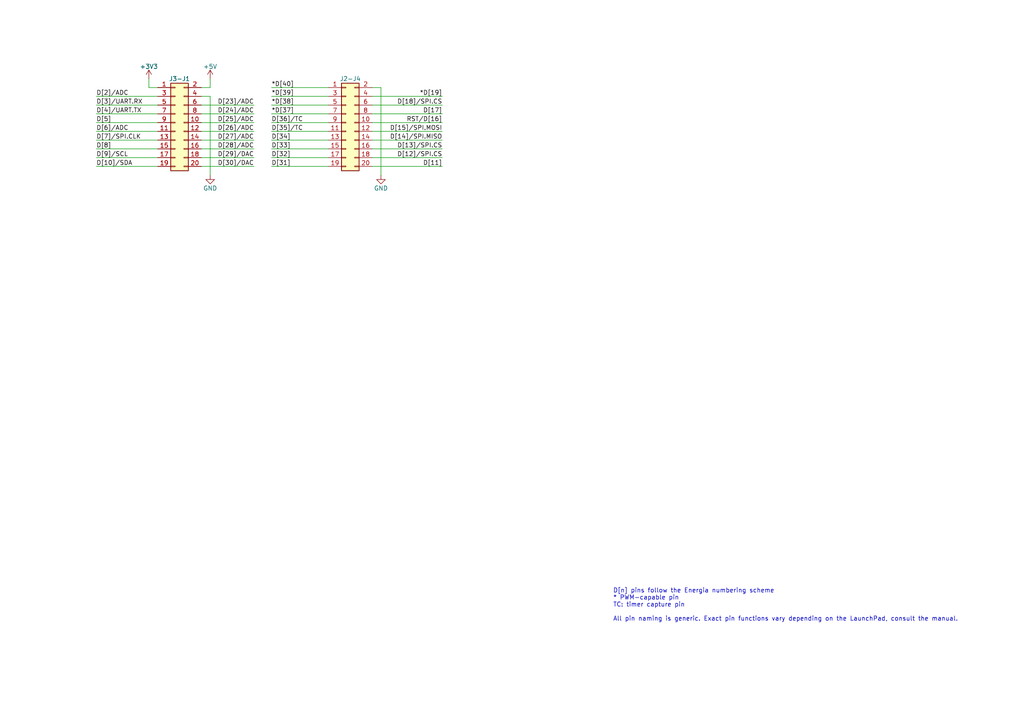
<source format=kicad_sch>
(kicad_sch (version 20211123) (generator eeschema)

  (uuid 9538e4ed-27e6-4c37-b989-9859dc0d49e8)

  (paper "A4")

  (title_block
    (date "19 oct 2012")
  )

  (lib_symbols
    (symbol "Connector_Generic:Conn_02x10_Odd_Even" (pin_names (offset 1.016) hide) (in_bom yes) (on_board yes)
      (property "Reference" "J" (id 0) (at 1.27 12.7 0)
        (effects (font (size 1.27 1.27)))
      )
      (property "Value" "Conn_02x10_Odd_Even" (id 1) (at 1.27 -15.24 0)
        (effects (font (size 1.27 1.27)))
      )
      (property "Footprint" "" (id 2) (at 0 0 0)
        (effects (font (size 1.27 1.27)) hide)
      )
      (property "Datasheet" "~" (id 3) (at 0 0 0)
        (effects (font (size 1.27 1.27)) hide)
      )
      (property "ki_keywords" "connector" (id 4) (at 0 0 0)
        (effects (font (size 1.27 1.27)) hide)
      )
      (property "ki_description" "Generic connector, double row, 02x10, odd/even pin numbering scheme (row 1 odd numbers, row 2 even numbers), script generated (kicad-library-utils/schlib/autogen/connector/)" (id 5) (at 0 0 0)
        (effects (font (size 1.27 1.27)) hide)
      )
      (property "ki_fp_filters" "Connector*:*_2x??_*" (id 6) (at 0 0 0)
        (effects (font (size 1.27 1.27)) hide)
      )
      (symbol "Conn_02x10_Odd_Even_1_1"
        (rectangle (start -1.27 -12.573) (end 0 -12.827)
          (stroke (width 0.1524) (type default) (color 0 0 0 0))
          (fill (type none))
        )
        (rectangle (start -1.27 -10.033) (end 0 -10.287)
          (stroke (width 0.1524) (type default) (color 0 0 0 0))
          (fill (type none))
        )
        (rectangle (start -1.27 -7.493) (end 0 -7.747)
          (stroke (width 0.1524) (type default) (color 0 0 0 0))
          (fill (type none))
        )
        (rectangle (start -1.27 -4.953) (end 0 -5.207)
          (stroke (width 0.1524) (type default) (color 0 0 0 0))
          (fill (type none))
        )
        (rectangle (start -1.27 -2.413) (end 0 -2.667)
          (stroke (width 0.1524) (type default) (color 0 0 0 0))
          (fill (type none))
        )
        (rectangle (start -1.27 0.127) (end 0 -0.127)
          (stroke (width 0.1524) (type default) (color 0 0 0 0))
          (fill (type none))
        )
        (rectangle (start -1.27 2.667) (end 0 2.413)
          (stroke (width 0.1524) (type default) (color 0 0 0 0))
          (fill (type none))
        )
        (rectangle (start -1.27 5.207) (end 0 4.953)
          (stroke (width 0.1524) (type default) (color 0 0 0 0))
          (fill (type none))
        )
        (rectangle (start -1.27 7.747) (end 0 7.493)
          (stroke (width 0.1524) (type default) (color 0 0 0 0))
          (fill (type none))
        )
        (rectangle (start -1.27 10.287) (end 0 10.033)
          (stroke (width 0.1524) (type default) (color 0 0 0 0))
          (fill (type none))
        )
        (rectangle (start -1.27 11.43) (end 3.81 -13.97)
          (stroke (width 0.254) (type default) (color 0 0 0 0))
          (fill (type background))
        )
        (rectangle (start 3.81 -12.573) (end 2.54 -12.827)
          (stroke (width 0.1524) (type default) (color 0 0 0 0))
          (fill (type none))
        )
        (rectangle (start 3.81 -10.033) (end 2.54 -10.287)
          (stroke (width 0.1524) (type default) (color 0 0 0 0))
          (fill (type none))
        )
        (rectangle (start 3.81 -7.493) (end 2.54 -7.747)
          (stroke (width 0.1524) (type default) (color 0 0 0 0))
          (fill (type none))
        )
        (rectangle (start 3.81 -4.953) (end 2.54 -5.207)
          (stroke (width 0.1524) (type default) (color 0 0 0 0))
          (fill (type none))
        )
        (rectangle (start 3.81 -2.413) (end 2.54 -2.667)
          (stroke (width 0.1524) (type default) (color 0 0 0 0))
          (fill (type none))
        )
        (rectangle (start 3.81 0.127) (end 2.54 -0.127)
          (stroke (width 0.1524) (type default) (color 0 0 0 0))
          (fill (type none))
        )
        (rectangle (start 3.81 2.667) (end 2.54 2.413)
          (stroke (width 0.1524) (type default) (color 0 0 0 0))
          (fill (type none))
        )
        (rectangle (start 3.81 5.207) (end 2.54 4.953)
          (stroke (width 0.1524) (type default) (color 0 0 0 0))
          (fill (type none))
        )
        (rectangle (start 3.81 7.747) (end 2.54 7.493)
          (stroke (width 0.1524) (type default) (color 0 0 0 0))
          (fill (type none))
        )
        (rectangle (start 3.81 10.287) (end 2.54 10.033)
          (stroke (width 0.1524) (type default) (color 0 0 0 0))
          (fill (type none))
        )
        (pin passive line (at -5.08 10.16 0) (length 3.81)
          (name "Pin_1" (effects (font (size 1.27 1.27))))
          (number "1" (effects (font (size 1.27 1.27))))
        )
        (pin passive line (at 7.62 0 180) (length 3.81)
          (name "Pin_10" (effects (font (size 1.27 1.27))))
          (number "10" (effects (font (size 1.27 1.27))))
        )
        (pin passive line (at -5.08 -2.54 0) (length 3.81)
          (name "Pin_11" (effects (font (size 1.27 1.27))))
          (number "11" (effects (font (size 1.27 1.27))))
        )
        (pin passive line (at 7.62 -2.54 180) (length 3.81)
          (name "Pin_12" (effects (font (size 1.27 1.27))))
          (number "12" (effects (font (size 1.27 1.27))))
        )
        (pin passive line (at -5.08 -5.08 0) (length 3.81)
          (name "Pin_13" (effects (font (size 1.27 1.27))))
          (number "13" (effects (font (size 1.27 1.27))))
        )
        (pin passive line (at 7.62 -5.08 180) (length 3.81)
          (name "Pin_14" (effects (font (size 1.27 1.27))))
          (number "14" (effects (font (size 1.27 1.27))))
        )
        (pin passive line (at -5.08 -7.62 0) (length 3.81)
          (name "Pin_15" (effects (font (size 1.27 1.27))))
          (number "15" (effects (font (size 1.27 1.27))))
        )
        (pin passive line (at 7.62 -7.62 180) (length 3.81)
          (name "Pin_16" (effects (font (size 1.27 1.27))))
          (number "16" (effects (font (size 1.27 1.27))))
        )
        (pin passive line (at -5.08 -10.16 0) (length 3.81)
          (name "Pin_17" (effects (font (size 1.27 1.27))))
          (number "17" (effects (font (size 1.27 1.27))))
        )
        (pin passive line (at 7.62 -10.16 180) (length 3.81)
          (name "Pin_18" (effects (font (size 1.27 1.27))))
          (number "18" (effects (font (size 1.27 1.27))))
        )
        (pin passive line (at -5.08 -12.7 0) (length 3.81)
          (name "Pin_19" (effects (font (size 1.27 1.27))))
          (number "19" (effects (font (size 1.27 1.27))))
        )
        (pin passive line (at 7.62 10.16 180) (length 3.81)
          (name "Pin_2" (effects (font (size 1.27 1.27))))
          (number "2" (effects (font (size 1.27 1.27))))
        )
        (pin passive line (at 7.62 -12.7 180) (length 3.81)
          (name "Pin_20" (effects (font (size 1.27 1.27))))
          (number "20" (effects (font (size 1.27 1.27))))
        )
        (pin passive line (at -5.08 7.62 0) (length 3.81)
          (name "Pin_3" (effects (font (size 1.27 1.27))))
          (number "3" (effects (font (size 1.27 1.27))))
        )
        (pin passive line (at 7.62 7.62 180) (length 3.81)
          (name "Pin_4" (effects (font (size 1.27 1.27))))
          (number "4" (effects (font (size 1.27 1.27))))
        )
        (pin passive line (at -5.08 5.08 0) (length 3.81)
          (name "Pin_5" (effects (font (size 1.27 1.27))))
          (number "5" (effects (font (size 1.27 1.27))))
        )
        (pin passive line (at 7.62 5.08 180) (length 3.81)
          (name "Pin_6" (effects (font (size 1.27 1.27))))
          (number "6" (effects (font (size 1.27 1.27))))
        )
        (pin passive line (at -5.08 2.54 0) (length 3.81)
          (name "Pin_7" (effects (font (size 1.27 1.27))))
          (number "7" (effects (font (size 1.27 1.27))))
        )
        (pin passive line (at 7.62 2.54 180) (length 3.81)
          (name "Pin_8" (effects (font (size 1.27 1.27))))
          (number "8" (effects (font (size 1.27 1.27))))
        )
        (pin passive line (at -5.08 0 0) (length 3.81)
          (name "Pin_9" (effects (font (size 1.27 1.27))))
          (number "9" (effects (font (size 1.27 1.27))))
        )
      )
    )
    (symbol "power:+3.3V" (power) (pin_names (offset 0)) (in_bom yes) (on_board yes)
      (property "Reference" "#PWR" (id 0) (at 0 -3.81 0)
        (effects (font (size 1.27 1.27)) hide)
      )
      (property "Value" "+3.3V" (id 1) (at 0 3.556 0)
        (effects (font (size 1.27 1.27)))
      )
      (property "Footprint" "" (id 2) (at 0 0 0)
        (effects (font (size 1.27 1.27)) hide)
      )
      (property "Datasheet" "" (id 3) (at 0 0 0)
        (effects (font (size 1.27 1.27)) hide)
      )
      (property "ki_keywords" "power-flag" (id 4) (at 0 0 0)
        (effects (font (size 1.27 1.27)) hide)
      )
      (property "ki_description" "Power symbol creates a global label with name \"+3.3V\"" (id 5) (at 0 0 0)
        (effects (font (size 1.27 1.27)) hide)
      )
      (symbol "+3.3V_0_1"
        (polyline
          (pts
            (xy -0.762 1.27)
            (xy 0 2.54)
          )
          (stroke (width 0) (type default) (color 0 0 0 0))
          (fill (type none))
        )
        (polyline
          (pts
            (xy 0 0)
            (xy 0 2.54)
          )
          (stroke (width 0) (type default) (color 0 0 0 0))
          (fill (type none))
        )
        (polyline
          (pts
            (xy 0 2.54)
            (xy 0.762 1.27)
          )
          (stroke (width 0) (type default) (color 0 0 0 0))
          (fill (type none))
        )
      )
      (symbol "+3.3V_1_1"
        (pin power_in line (at 0 0 90) (length 0) hide
          (name "+3V3" (effects (font (size 1.27 1.27))))
          (number "1" (effects (font (size 1.27 1.27))))
        )
      )
    )
    (symbol "power:+5V" (power) (pin_names (offset 0)) (in_bom yes) (on_board yes)
      (property "Reference" "#PWR" (id 0) (at 0 -3.81 0)
        (effects (font (size 1.27 1.27)) hide)
      )
      (property "Value" "+5V" (id 1) (at 0 3.556 0)
        (effects (font (size 1.27 1.27)))
      )
      (property "Footprint" "" (id 2) (at 0 0 0)
        (effects (font (size 1.27 1.27)) hide)
      )
      (property "Datasheet" "" (id 3) (at 0 0 0)
        (effects (font (size 1.27 1.27)) hide)
      )
      (property "ki_keywords" "power-flag" (id 4) (at 0 0 0)
        (effects (font (size 1.27 1.27)) hide)
      )
      (property "ki_description" "Power symbol creates a global label with name \"+5V\"" (id 5) (at 0 0 0)
        (effects (font (size 1.27 1.27)) hide)
      )
      (symbol "+5V_0_1"
        (polyline
          (pts
            (xy -0.762 1.27)
            (xy 0 2.54)
          )
          (stroke (width 0) (type default) (color 0 0 0 0))
          (fill (type none))
        )
        (polyline
          (pts
            (xy 0 0)
            (xy 0 2.54)
          )
          (stroke (width 0) (type default) (color 0 0 0 0))
          (fill (type none))
        )
        (polyline
          (pts
            (xy 0 2.54)
            (xy 0.762 1.27)
          )
          (stroke (width 0) (type default) (color 0 0 0 0))
          (fill (type none))
        )
      )
      (symbol "+5V_1_1"
        (pin power_in line (at 0 0 90) (length 0) hide
          (name "+5V" (effects (font (size 1.27 1.27))))
          (number "1" (effects (font (size 1.27 1.27))))
        )
      )
    )
    (symbol "power:GND" (power) (pin_names (offset 0)) (in_bom yes) (on_board yes)
      (property "Reference" "#PWR" (id 0) (at 0 -6.35 0)
        (effects (font (size 1.27 1.27)) hide)
      )
      (property "Value" "GND" (id 1) (at 0 -3.81 0)
        (effects (font (size 1.27 1.27)))
      )
      (property "Footprint" "" (id 2) (at 0 0 0)
        (effects (font (size 1.27 1.27)) hide)
      )
      (property "Datasheet" "" (id 3) (at 0 0 0)
        (effects (font (size 1.27 1.27)) hide)
      )
      (property "ki_keywords" "power-flag" (id 4) (at 0 0 0)
        (effects (font (size 1.27 1.27)) hide)
      )
      (property "ki_description" "Power symbol creates a global label with name \"GND\" , ground" (id 5) (at 0 0 0)
        (effects (font (size 1.27 1.27)) hide)
      )
      (symbol "GND_0_1"
        (polyline
          (pts
            (xy 0 0)
            (xy 0 -1.27)
            (xy 1.27 -1.27)
            (xy 0 -2.54)
            (xy -1.27 -1.27)
            (xy 0 -1.27)
          )
          (stroke (width 0) (type default) (color 0 0 0 0))
          (fill (type none))
        )
      )
      (symbol "GND_1_1"
        (pin power_in line (at 0 0 270) (length 0) hide
          (name "GND" (effects (font (size 1.27 1.27))))
          (number "1" (effects (font (size 1.27 1.27))))
        )
      )
    )
  )


  (wire (pts (xy 107.95 45.72) (xy 128.27 45.72))
    (stroke (width 0) (type solid) (color 0 0 0 0))
    (uuid 01cba31e-dfc8-4689-b037-01975897e965)
  )
  (wire (pts (xy 58.42 40.64) (xy 73.66 40.64))
    (stroke (width 0) (type solid) (color 0 0 0 0))
    (uuid 03263bc5-f852-47c4-8c40-a48c94b5dcd3)
  )
  (wire (pts (xy 107.95 27.94) (xy 128.27 27.94))
    (stroke (width 0) (type solid) (color 0 0 0 0))
    (uuid 0589a47d-8535-481a-bf83-5ca7165b5e4f)
  )
  (wire (pts (xy 107.95 48.26) (xy 128.27 48.26))
    (stroke (width 0) (type solid) (color 0 0 0 0))
    (uuid 063a9063-17f1-4ac4-b86d-829de15debc2)
  )
  (wire (pts (xy 27.94 35.56) (xy 45.72 35.56))
    (stroke (width 0) (type solid) (color 0 0 0 0))
    (uuid 0681aec3-e9c8-47e7-a823-1fa9d47f4fb3)
  )
  (wire (pts (xy 107.95 35.56) (xy 128.27 35.56))
    (stroke (width 0) (type solid) (color 0 0 0 0))
    (uuid 09f1baab-09b9-4de8-8eec-cac356723d04)
  )
  (wire (pts (xy 78.74 33.02) (xy 95.25 33.02))
    (stroke (width 0) (type solid) (color 0 0 0 0))
    (uuid 0e229373-1dd7-40a3-9b0a-f0551cfbf3fa)
  )
  (wire (pts (xy 78.74 35.56) (xy 95.25 35.56))
    (stroke (width 0) (type solid) (color 0 0 0 0))
    (uuid 0edaabe5-e601-4d75-8ca6-48f01bc49032)
  )
  (wire (pts (xy 58.42 35.56) (xy 73.66 35.56))
    (stroke (width 0) (type solid) (color 0 0 0 0))
    (uuid 15408f45-993b-4213-9be7-06f1343033d8)
  )
  (wire (pts (xy 78.74 45.72) (xy 95.25 45.72))
    (stroke (width 0) (type solid) (color 0 0 0 0))
    (uuid 1dd93fa5-1a3b-4429-9ae3-5e7c62707c83)
  )
  (wire (pts (xy 27.94 40.64) (xy 45.72 40.64))
    (stroke (width 0) (type solid) (color 0 0 0 0))
    (uuid 2f7f2d7e-c226-434c-aae0-baa1765145fa)
  )
  (wire (pts (xy 58.42 43.18) (xy 73.66 43.18))
    (stroke (width 0) (type solid) (color 0 0 0 0))
    (uuid 399323a8-3561-4b22-b62d-2d01f251e8d1)
  )
  (wire (pts (xy 27.94 27.94) (xy 45.72 27.94))
    (stroke (width 0) (type solid) (color 0 0 0 0))
    (uuid 45c034b4-2197-431a-b43b-c2eefeb0e7a5)
  )
  (wire (pts (xy 27.94 30.48) (xy 45.72 30.48))
    (stroke (width 0) (type solid) (color 0 0 0 0))
    (uuid 527016d1-36ac-49c7-9526-c179583180a3)
  )
  (wire (pts (xy 27.94 48.26) (xy 45.72 48.26))
    (stroke (width 0) (type solid) (color 0 0 0 0))
    (uuid 5de655f4-a35c-4db9-b72c-ffdde0b2969d)
  )
  (wire (pts (xy 78.74 38.1) (xy 95.25 38.1))
    (stroke (width 0) (type solid) (color 0 0 0 0))
    (uuid 60914160-2e0a-4b18-bdd7-128ac61ea169)
  )
  (wire (pts (xy 78.74 27.94) (xy 95.25 27.94))
    (stroke (width 0) (type solid) (color 0 0 0 0))
    (uuid 61955b51-fe70-4368-b588-26aed42076dc)
  )
  (wire (pts (xy 107.95 30.48) (xy 128.27 30.48))
    (stroke (width 0) (type solid) (color 0 0 0 0))
    (uuid 71ef4f72-e874-4d2e-9100-0617da5300f6)
  )
  (wire (pts (xy 27.94 45.72) (xy 45.72 45.72))
    (stroke (width 0) (type solid) (color 0 0 0 0))
    (uuid 822f6c40-ad66-4bbc-a484-cd5f0723fb4e)
  )
  (wire (pts (xy 27.94 43.18) (xy 45.72 43.18))
    (stroke (width 0) (type solid) (color 0 0 0 0))
    (uuid 89a49efc-78b3-44d7-a15f-7dbf26701fab)
  )
  (wire (pts (xy 58.42 38.1) (xy 73.66 38.1))
    (stroke (width 0) (type solid) (color 0 0 0 0))
    (uuid 8c6b8fba-525f-4119-81cc-da638c8351b1)
  )
  (wire (pts (xy 107.95 25.4) (xy 110.49 25.4))
    (stroke (width 0) (type solid) (color 0 0 0 0))
    (uuid a5f5cd64-888a-472e-98c2-b4966cf172a1)
  )
  (wire (pts (xy 110.49 25.4) (xy 110.49 50.8))
    (stroke (width 0) (type solid) (color 0 0 0 0))
    (uuid a5f5cd64-888a-472e-98c2-b4966cf172a2)
  )
  (wire (pts (xy 107.95 43.18) (xy 128.27 43.18))
    (stroke (width 0) (type solid) (color 0 0 0 0))
    (uuid aa6d0e1b-a62d-4762-b725-dac74bbc5409)
  )
  (wire (pts (xy 78.74 30.48) (xy 95.25 30.48))
    (stroke (width 0) (type solid) (color 0 0 0 0))
    (uuid af9953ae-bd13-4ca4-982f-8c96db6065ff)
  )
  (wire (pts (xy 78.74 43.18) (xy 95.25 43.18))
    (stroke (width 0) (type solid) (color 0 0 0 0))
    (uuid b02afccb-a32c-4021-a8f6-85c09af59543)
  )
  (wire (pts (xy 58.42 27.94) (xy 60.96 27.94))
    (stroke (width 0) (type solid) (color 0 0 0 0))
    (uuid b2afa748-1754-4082-9f95-e205fa712ae9)
  )
  (wire (pts (xy 60.96 27.94) (xy 60.96 50.8))
    (stroke (width 0) (type solid) (color 0 0 0 0))
    (uuid b2afa748-1754-4082-9f95-e205fa712aea)
  )
  (wire (pts (xy 78.74 48.26) (xy 95.25 48.26))
    (stroke (width 0) (type solid) (color 0 0 0 0))
    (uuid b42fc950-dc3d-4121-9f0e-758be53807d6)
  )
  (wire (pts (xy 43.18 22.86) (xy 43.18 25.4))
    (stroke (width 0) (type solid) (color 0 0 0 0))
    (uuid b5e0652f-cdd3-47cc-aecd-ac0ebcb880cd)
  )
  (wire (pts (xy 45.72 25.4) (xy 43.18 25.4))
    (stroke (width 0) (type solid) (color 0 0 0 0))
    (uuid b5e0652f-cdd3-47cc-aecd-ac0ebcb880ce)
  )
  (wire (pts (xy 58.42 25.4) (xy 60.96 25.4))
    (stroke (width 0) (type solid) (color 0 0 0 0))
    (uuid c3d26338-5fd1-480d-b2b3-2092afbe72c2)
  )
  (wire (pts (xy 60.96 22.86) (xy 60.96 25.4))
    (stroke (width 0) (type solid) (color 0 0 0 0))
    (uuid c3d26338-5fd1-480d-b2b3-2092afbe72c3)
  )
  (wire (pts (xy 107.95 33.02) (xy 128.27 33.02))
    (stroke (width 0) (type solid) (color 0 0 0 0))
    (uuid c55fd8e7-7561-4379-87a5-5d9e15b471b7)
  )
  (wire (pts (xy 78.74 25.4) (xy 95.25 25.4))
    (stroke (width 0) (type solid) (color 0 0 0 0))
    (uuid c9b813ac-7cbd-4357-ac2d-f7cc2b98f0bf)
  )
  (wire (pts (xy 107.95 40.64) (xy 128.27 40.64))
    (stroke (width 0) (type solid) (color 0 0 0 0))
    (uuid ca3da08c-e284-4971-b854-8dc66223b4ac)
  )
  (wire (pts (xy 58.42 33.02) (xy 73.66 33.02))
    (stroke (width 0) (type solid) (color 0 0 0 0))
    (uuid ca53d839-18ad-4a35-8870-f21de7535144)
  )
  (wire (pts (xy 58.42 30.48) (xy 73.66 30.48))
    (stroke (width 0) (type solid) (color 0 0 0 0))
    (uuid cc6da821-5223-4626-bcba-2a5545b8f511)
  )
  (wire (pts (xy 58.42 48.26) (xy 73.66 48.26))
    (stroke (width 0) (type solid) (color 0 0 0 0))
    (uuid d19ca74a-fde4-4b24-b865-74794e5db5d8)
  )
  (wire (pts (xy 27.94 38.1) (xy 45.72 38.1))
    (stroke (width 0) (type solid) (color 0 0 0 0))
    (uuid d336abc2-5ef5-49b7-b188-6bef753e637c)
  )
  (wire (pts (xy 27.94 33.02) (xy 45.72 33.02))
    (stroke (width 0) (type solid) (color 0 0 0 0))
    (uuid d59fc7d9-2c08-4791-9ac2-b7308c1a1d0d)
  )
  (wire (pts (xy 107.95 38.1) (xy 128.27 38.1))
    (stroke (width 0) (type solid) (color 0 0 0 0))
    (uuid d734cd3d-c573-423a-991d-59193f7acb85)
  )
  (wire (pts (xy 78.74 40.64) (xy 95.25 40.64))
    (stroke (width 0) (type solid) (color 0 0 0 0))
    (uuid daf002f5-d7c5-4840-ad43-32f07e9998ec)
  )
  (wire (pts (xy 58.42 45.72) (xy 73.66 45.72))
    (stroke (width 0) (type solid) (color 0 0 0 0))
    (uuid fa069060-8028-43df-8fce-610c70b33c06)
  )

  (text "D[n] pins follow the Energia numbering scheme\n* PWM-capable pin\nTC: timer capture pin\n\nAll pin naming is generic. Exact pin functions vary depending on the LaunchPad, consult the manual."
    (at 177.8 180.34 0)
    (effects (font (size 1.27 1.27)) (justify left bottom))
    (uuid 9495a75e-3d92-4a45-8513-56cec940d5c6)
  )

  (label "D[2]{slash}ADC" (at 27.94 27.94 0)
    (effects (font (size 1.27 1.27)) (justify left bottom))
    (uuid 029e8c6c-f4ab-40c9-b6a9-c2f28ac13747)
  )
  (label "D[11]" (at 128.27 48.26 180)
    (effects (font (size 1.27 1.27)) (justify right bottom))
    (uuid 0523f2f8-b3c8-44cf-983e-d30e47cb4409)
  )
  (label "*D[38]" (at 78.74 30.48 0)
    (effects (font (size 1.27 1.27)) (justify left bottom))
    (uuid 0774375d-e949-495f-b818-6be5fbcaa0b2)
  )
  (label "D[29]{slash}DAC" (at 73.66 45.72 180)
    (effects (font (size 1.27 1.27)) (justify right bottom))
    (uuid 09001301-51ed-48b0-a719-e10ee8d839d2)
  )
  (label "D[15]{slash}SPI.MOSI" (at 128.27 38.1 180)
    (effects (font (size 1.27 1.27)) (justify right bottom))
    (uuid 09b08b4f-0e69-4590-bb0b-6d9574d88f3f)
  )
  (label "D[25]{slash}ADC" (at 73.66 35.56 180)
    (effects (font (size 1.27 1.27)) (justify right bottom))
    (uuid 1074e003-82ac-4a1f-a5a6-b06f26197571)
  )
  (label "D[18]{slash}SPI.CS" (at 128.27 30.48 180)
    (effects (font (size 1.27 1.27)) (justify right bottom))
    (uuid 220e5a85-82ff-42b1-aad9-c387d6a8ad31)
  )
  (label "D[31]" (at 78.74 48.26 0)
    (effects (font (size 1.27 1.27)) (justify left bottom))
    (uuid 281c5121-171e-4f6a-8755-7851754c3627)
  )
  (label "D[24]{slash}ADC" (at 73.66 33.02 180)
    (effects (font (size 1.27 1.27)) (justify right bottom))
    (uuid 3051a33e-74d5-4d53-aaa8-ed1757b63a1f)
  )
  (label "D[7]{slash}SPI.CLK" (at 27.94 40.64 0)
    (effects (font (size 1.27 1.27)) (justify left bottom))
    (uuid 3330c993-4051-4fc1-976d-89a939813aaa)
  )
  (label "D[33]" (at 78.74 43.18 0)
    (effects (font (size 1.27 1.27)) (justify left bottom))
    (uuid 3c080c97-f922-4d6f-9ff6-94bd476f250d)
  )
  (label "D[17]" (at 128.27 33.02 180)
    (effects (font (size 1.27 1.27)) (justify right bottom))
    (uuid 500a738a-758e-4c5a-82ff-d892c8dc5e5e)
  )
  (label "D[6]{slash}ADC" (at 27.94 38.1 0)
    (effects (font (size 1.27 1.27)) (justify left bottom))
    (uuid 530e4eaf-d5ad-41b6-96c8-76391e54474a)
  )
  (label "*D[19]" (at 128.27 27.94 180)
    (effects (font (size 1.27 1.27)) (justify right bottom))
    (uuid 53aa76c1-4115-417f-81d8-1dd0a43ebbc1)
  )
  (label "D[9]{slash}SCL" (at 27.94 45.72 0)
    (effects (font (size 1.27 1.27)) (justify left bottom))
    (uuid 63621ff3-ad5c-4c4b-ac42-4ee974ceffec)
  )
  (label "RST{slash}D[16]" (at 128.27 35.56 180)
    (effects (font (size 1.27 1.27)) (justify right bottom))
    (uuid 6463328b-0f34-4c79-84a7-c449f6d17db7)
  )
  (label "D[35]{slash}TC" (at 78.74 38.1 0)
    (effects (font (size 1.27 1.27)) (justify left bottom))
    (uuid 6b24e7cb-34f7-4c66-aee3-1ba2f9430820)
  )
  (label "D[10]{slash}SDA" (at 27.94 48.26 0)
    (effects (font (size 1.27 1.27)) (justify left bottom))
    (uuid 71f1229a-a3d3-4f6f-a633-2a4027d99bac)
  )
  (label "D[5]" (at 27.94 35.56 0)
    (effects (font (size 1.27 1.27)) (justify left bottom))
    (uuid 7b450686-27d6-401f-adae-5eb3af37f3ca)
  )
  (label "D[27]{slash}ADC" (at 73.66 40.64 180)
    (effects (font (size 1.27 1.27)) (justify right bottom))
    (uuid 7bb1996c-7250-446d-9786-3449c6b2c6b4)
  )
  (label "D[28]{slash}ADC" (at 73.66 43.18 180)
    (effects (font (size 1.27 1.27)) (justify right bottom))
    (uuid 98cace16-43d2-4876-85be-aacd8bb2ea37)
  )
  (label "D[13]{slash}SPI.CS" (at 128.27 43.18 180)
    (effects (font (size 1.27 1.27)) (justify right bottom))
    (uuid 9ee50497-13cf-46d8-8ce5-ca736b2ed666)
  )
  (label "D[23]{slash}ADC" (at 73.66 30.48 180)
    (effects (font (size 1.27 1.27)) (justify right bottom))
    (uuid 9f8951ad-15e4-4b94-ac25-6106f3e1e899)
  )
  (label "*D[39]" (at 78.74 27.94 0)
    (effects (font (size 1.27 1.27)) (justify left bottom))
    (uuid a17569c6-eddf-4b30-939e-2c1b736f674c)
  )
  (label "*D[40]" (at 78.74 25.4 0)
    (effects (font (size 1.27 1.27)) (justify left bottom))
    (uuid a181ce8a-0397-4f61-9a94-1d68f3d423bc)
  )
  (label "D[4]{slash}UART.TX" (at 27.94 33.02 0)
    (effects (font (size 1.27 1.27)) (justify left bottom))
    (uuid a21efc7a-10cd-4707-816c-d96816d741dc)
  )
  (label "D[8]" (at 27.94 43.18 0)
    (effects (font (size 1.27 1.27)) (justify left bottom))
    (uuid a345c7b0-d6f4-43ae-b508-40c9af799bce)
  )
  (label "D[36]{slash}TC" (at 78.74 35.56 0)
    (effects (font (size 1.27 1.27)) (justify left bottom))
    (uuid a469faae-f312-4206-9c3c-39caeba977a1)
  )
  (label "D[30]{slash}DAC" (at 73.66 48.26 180)
    (effects (font (size 1.27 1.27)) (justify right bottom))
    (uuid a7a2182b-e7cd-454b-9ef9-cd8930ddb4c3)
  )
  (label "D[32]" (at 78.74 45.72 0)
    (effects (font (size 1.27 1.27)) (justify left bottom))
    (uuid b188a604-6c81-40da-91d3-7bffa398b555)
  )
  (label "D[34]" (at 78.74 40.64 0)
    (effects (font (size 1.27 1.27)) (justify left bottom))
    (uuid b410a934-cc9c-4bff-aae9-be93e5e49184)
  )
  (label "*D[37]" (at 78.74 33.02 0)
    (effects (font (size 1.27 1.27)) (justify left bottom))
    (uuid b593cbb0-4c32-445e-a18c-e39de4042488)
  )
  (label "D[14]{slash}SPI.MISO" (at 128.27 40.64 180)
    (effects (font (size 1.27 1.27)) (justify right bottom))
    (uuid c899abb5-dece-4f89-84cb-ddec35998d2a)
  )
  (label "D[12]{slash}SPI.CS" (at 128.27 45.72 180)
    (effects (font (size 1.27 1.27)) (justify right bottom))
    (uuid d09eefa0-fa20-485b-9386-8a887d0ddfdb)
  )
  (label "D[3]{slash}UART.RX" (at 27.94 30.48 0)
    (effects (font (size 1.27 1.27)) (justify left bottom))
    (uuid d205112a-d14c-46a2-b1d7-629949b50ee6)
  )
  (label "D[26]{slash}ADC" (at 73.66 38.1 180)
    (effects (font (size 1.27 1.27)) (justify right bottom))
    (uuid f4ef95bb-12a3-41c0-90b2-ddfa681f4835)
  )

  (symbol (lib_id "power:GND") (at 60.96 50.8 0) (unit 1)
    (in_bom yes) (on_board yes)
    (uuid 50cda319-8e55-4af7-8870-7d0290a9d679)
    (property "Reference" "#PWR0103" (id 0) (at 60.96 57.15 0)
      (effects (font (size 1.27 1.27)) hide)
    )
    (property "Value" "GND" (id 1) (at 60.96 54.61 0))
    (property "Footprint" "" (id 2) (at 60.96 50.8 0)
      (effects (font (size 1.27 1.27)) hide)
    )
    (property "Datasheet" "" (id 3) (at 60.96 50.8 0)
      (effects (font (size 1.27 1.27)) hide)
    )
    (pin "1" (uuid 4aba2561-317a-4e46-a568-648c7a327dd6))
  )

  (symbol (lib_id "Connector_Generic:Conn_02x10_Odd_Even") (at 50.8 35.56 0) (unit 1)
    (in_bom yes) (on_board yes)
    (uuid 78da23de-1006-46e5-8c2b-1930d382d592)
    (property "Reference" "J3-J1" (id 0) (at 52.07 22.86 0))
    (property "Value" "Conn_01x10" (id 1) (at 53.34 39.37 0)
      (effects (font (size 1.27 1.27)) (justify left) hide)
    )
    (property "Footprint" "Connector_PinSocket_2.54mm:PinSocket_2x10_P2.54mm_Vertical" (id 2) (at 50.8 35.56 0)
      (effects (font (size 1.27 1.27)) hide)
    )
    (property "Datasheet" "~" (id 3) (at 50.8 35.56 0)
      (effects (font (size 1.27 1.27)) hide)
    )
    (pin "1" (uuid 2e9d57b7-5f10-4ec9-9f93-abc4fbb51347))
    (pin "10" (uuid 0b5d78c9-27a2-4b8b-a148-933605788bc6))
    (pin "11" (uuid 31820662-cad7-4dcc-ab5c-1ed91e685e44))
    (pin "12" (uuid a6287d2b-a2e3-4ef5-bf56-e524ccae11d6))
    (pin "13" (uuid 0470dd38-f3d8-42ca-b39a-ce111f50eae5))
    (pin "14" (uuid 19551ab3-5c90-4da5-ac2a-3ffa0f14b911))
    (pin "15" (uuid ed247589-774e-4501-9756-84df3089b15c))
    (pin "16" (uuid e13512a5-5881-4714-8ee0-fa7ec1ea2cbe))
    (pin "17" (uuid 7c370d98-9f55-47cb-aaa3-26d7295bc392))
    (pin "18" (uuid 70d84d62-02ec-4155-8326-48965adb6acb))
    (pin "19" (uuid a6c8f9e6-3539-46ce-ae7f-b4f883fb6059))
    (pin "2" (uuid 934ea286-6905-44cb-897b-2ab7d3e108a0))
    (pin "20" (uuid 19e92cca-633c-4580-b2e4-1486d20ab6bc))
    (pin "3" (uuid 8a28b0dc-1c60-4da8-bff4-4e864a128f3d))
    (pin "4" (uuid 33bfa367-442f-47be-aa2c-49ddbfe9c0a3))
    (pin "5" (uuid 7e592b9b-8a18-4682-aefe-ba9690d03cb0))
    (pin "6" (uuid 43186c44-b0bd-4e93-8640-fffe06b8f818))
    (pin "7" (uuid 86e1cc7f-7b41-42c8-a32b-8b8e934dbfcc))
    (pin "8" (uuid 0f256d66-65e9-4d0e-8531-2f91dfdb3c75))
    (pin "9" (uuid f0f5b570-5d86-4e4e-b66d-08ea9c3a9a31))
  )

  (symbol (lib_id "power:+3.3V") (at 43.18 22.86 0) (unit 1)
    (in_bom yes) (on_board yes)
    (uuid a5c4aa61-c742-44ba-bdb2-6425c30d76ef)
    (property "Reference" "#PWR0101" (id 0) (at 43.18 26.67 0)
      (effects (font (size 1.27 1.27)) hide)
    )
    (property "Value" "+3.3V" (id 1) (at 43.18 19.304 0))
    (property "Footprint" "" (id 2) (at 43.18 22.86 0)
      (effects (font (size 1.27 1.27)) hide)
    )
    (property "Datasheet" "" (id 3) (at 43.18 22.86 0)
      (effects (font (size 1.27 1.27)) hide)
    )
    (pin "1" (uuid 44ac796e-261a-437f-a011-ff7cfc78c64e))
  )

  (symbol (lib_id "Connector_Generic:Conn_02x10_Odd_Even") (at 100.33 35.56 0) (unit 1)
    (in_bom yes) (on_board yes)
    (uuid c4fa8853-74cd-43c9-9f31-23e13d3e7b9b)
    (property "Reference" "J2-J4" (id 0) (at 101.6 22.86 0))
    (property "Value" "Conn_01x10" (id 1) (at 97.79 52.07 0)
      (effects (font (size 1.27 1.27)) hide)
    )
    (property "Footprint" "Connector_PinSocket_2.54mm:PinSocket_2x10_P2.54mm_Vertical" (id 2) (at 100.33 35.56 0)
      (effects (font (size 1.27 1.27)) hide)
    )
    (property "Datasheet" "~" (id 3) (at 100.33 35.56 0)
      (effects (font (size 1.27 1.27)) hide)
    )
    (pin "1" (uuid 3674601f-fca7-42a5-bee9-32ab5e471e0a))
    (pin "10" (uuid 9d2832be-a1cf-4952-b3b4-03c3839a6d92))
    (pin "11" (uuid 711be360-33e6-4f53-a025-702546efb8f7))
    (pin "12" (uuid 00acd2e9-5854-42cf-964c-f573ba1d82ad))
    (pin "13" (uuid 7bb01069-c737-4aca-bd23-94fe77719d32))
    (pin "14" (uuid 5499da42-0bb6-40dd-926a-4d4e9d5ec97a))
    (pin "15" (uuid 4a8800e7-cc39-44e2-824f-add27d0f3f16))
    (pin "16" (uuid 7fd05604-52aa-49f1-984b-d007f5f7f3a4))
    (pin "17" (uuid a129d76a-6405-442c-95e1-b6ad422c9726))
    (pin "18" (uuid 00efd354-4b5f-4bbe-9282-eab4be1fefb8))
    (pin "19" (uuid 1a59880f-0baa-4b91-bd6d-69150ecea9e4))
    (pin "2" (uuid 2c9b3101-9c88-4bb4-8596-5a2daece74e9))
    (pin "20" (uuid 03f2ed64-600a-479f-905b-4f2a3f29a7cd))
    (pin "3" (uuid 701b6725-1902-4b6e-9290-47061f08564c))
    (pin "4" (uuid b6342888-4ac4-47f0-a217-33eab22b65aa))
    (pin "5" (uuid 1de15457-47d6-4d07-82da-7a7b8b292a71))
    (pin "6" (uuid 530c43b2-fb22-470c-8145-923a22ce8d94))
    (pin "7" (uuid a86523eb-b45b-4079-bcab-1c8ff45b5306))
    (pin "8" (uuid a9b7de3e-26ba-4c1e-bc37-47c185a7a314))
    (pin "9" (uuid 61acdc80-adad-408a-a539-3af346e534c9))
  )

  (symbol (lib_id "power:GND") (at 110.49 50.8 0) (unit 1)
    (in_bom yes) (on_board yes)
    (uuid f5be977d-b942-4d87-a9da-3ed7e08a970d)
    (property "Reference" "#PWR0102" (id 0) (at 110.49 57.15 0)
      (effects (font (size 1.27 1.27)) hide)
    )
    (property "Value" "GND" (id 1) (at 110.49 54.61 0))
    (property "Footprint" "" (id 2) (at 110.49 50.8 0)
      (effects (font (size 1.27 1.27)) hide)
    )
    (property "Datasheet" "" (id 3) (at 110.49 50.8 0)
      (effects (font (size 1.27 1.27)) hide)
    )
    (pin "1" (uuid 3be1bb7c-fe27-4976-b2ec-07a4b042bd76))
  )

  (symbol (lib_id "power:+5V") (at 60.96 22.86 0) (unit 1)
    (in_bom yes) (on_board yes)
    (uuid f7162e7d-4613-45df-a1a9-aa12b5a65563)
    (property "Reference" "#PWR0104" (id 0) (at 60.96 26.67 0)
      (effects (font (size 1.27 1.27)) hide)
    )
    (property "Value" "+5V" (id 1) (at 60.96 19.304 0))
    (property "Footprint" "" (id 2) (at 60.96 22.86 0)
      (effects (font (size 1.27 1.27)) hide)
    )
    (property "Datasheet" "" (id 3) (at 60.96 22.86 0)
      (effects (font (size 1.27 1.27)) hide)
    )
    (pin "1" (uuid f703239d-701c-458b-bf35-5240f4c0e19b))
  )

  (sheet_instances
    (path "/" (page "1"))
  )

  (symbol_instances
    (path "/a5c4aa61-c742-44ba-bdb2-6425c30d76ef"
      (reference "#PWR0101") (unit 1) (value "+3.3V") (footprint "")
    )
    (path "/f5be977d-b942-4d87-a9da-3ed7e08a970d"
      (reference "#PWR0102") (unit 1) (value "GND") (footprint "")
    )
    (path "/50cda319-8e55-4af7-8870-7d0290a9d679"
      (reference "#PWR0103") (unit 1) (value "GND") (footprint "")
    )
    (path "/f7162e7d-4613-45df-a1a9-aa12b5a65563"
      (reference "#PWR0104") (unit 1) (value "+5V") (footprint "")
    )
    (path "/c4fa8853-74cd-43c9-9f31-23e13d3e7b9b"
      (reference "J2-J4") (unit 1) (value "Conn_01x10") (footprint "Connector_PinSocket_2.54mm:PinSocket_2x10_P2.54mm_Vertical")
    )
    (path "/78da23de-1006-46e5-8c2b-1930d382d592"
      (reference "J3-J1") (unit 1) (value "Conn_01x10") (footprint "Connector_PinSocket_2.54mm:PinSocket_2x10_P2.54mm_Vertical")
    )
  )
)

</source>
